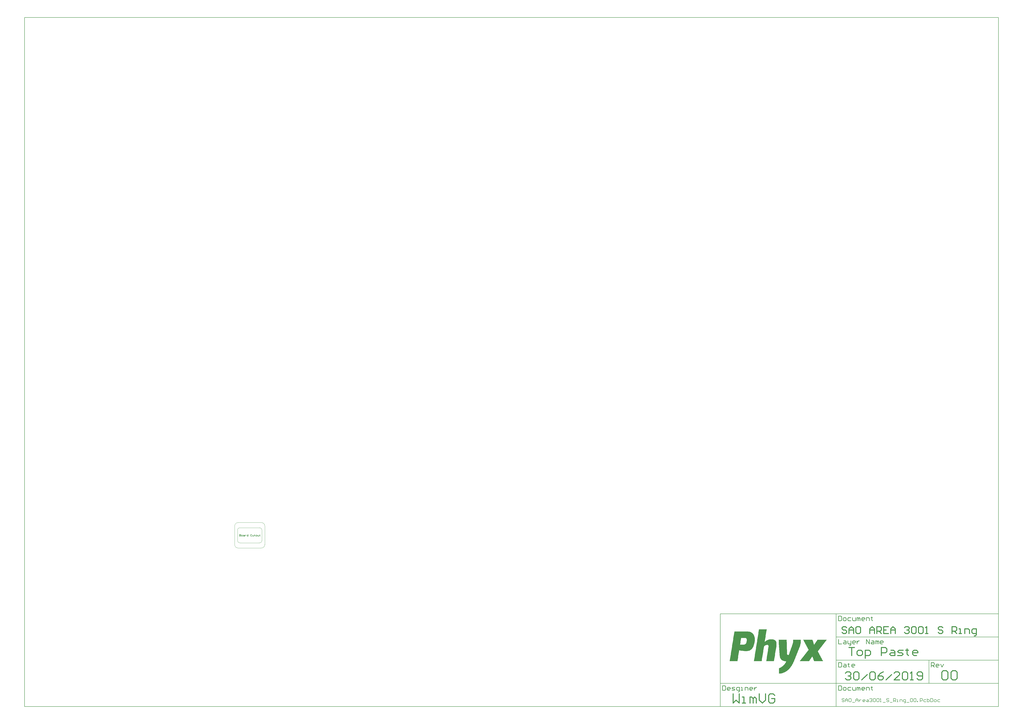
<source format=gtp>
G04*
G04 #@! TF.GenerationSoftware,Altium Limited,Altium Designer,18.1.11 (251)*
G04*
G04 Layer_Color=8421504*
%FSLAX25Y25*%
%MOIN*%
G70*
G01*
G75*
%ADD10C,0.01575*%
%ADD11C,0.00394*%
%ADD12C,0.00591*%
%ADD13C,0.00787*%
%ADD14C,0.00984*%
G36*
X872201Y-141778D02*
X873919D01*
Y-142065D01*
X874778D01*
Y-142351D01*
X875637D01*
Y-142637D01*
X876496D01*
Y-142924D01*
X877069D01*
Y-143210D01*
X877355D01*
Y-143496D01*
X877928D01*
Y-143783D01*
X878214D01*
Y-144069D01*
X878786D01*
Y-144355D01*
X879073D01*
Y-144641D01*
X879359D01*
Y-144928D01*
X879646D01*
Y-145214D01*
X879932D01*
Y-145501D01*
X880218D01*
Y-145787D01*
X880504D01*
Y-146073D01*
Y-146359D01*
X880791D01*
Y-146646D01*
X881077D01*
Y-146932D01*
Y-147218D01*
X881363D01*
Y-147505D01*
X881650D01*
Y-147791D01*
Y-148077D01*
X881936D01*
Y-148364D01*
Y-148650D01*
Y-148936D01*
X882222D01*
Y-149223D01*
Y-149509D01*
Y-149795D01*
X882509D01*
Y-150082D01*
Y-150368D01*
Y-150654D01*
Y-150940D01*
X882795D01*
Y-151227D01*
Y-151513D01*
Y-151799D01*
Y-152086D01*
Y-152372D01*
X883081D01*
Y-152658D01*
Y-152945D01*
Y-153231D01*
Y-153517D01*
Y-153804D01*
Y-154090D01*
Y-154376D01*
Y-154663D01*
Y-154949D01*
Y-155235D01*
Y-155521D01*
Y-155808D01*
Y-156094D01*
Y-156380D01*
Y-156667D01*
Y-156953D01*
Y-157239D01*
Y-157526D01*
Y-157812D01*
Y-158098D01*
X882795D01*
Y-158385D01*
Y-158671D01*
Y-158957D01*
Y-159244D01*
Y-159530D01*
Y-159816D01*
Y-160102D01*
X882509D01*
Y-160389D01*
Y-160675D01*
Y-160961D01*
Y-161248D01*
Y-161534D01*
X882222D01*
Y-161820D01*
Y-162107D01*
Y-162393D01*
Y-162679D01*
Y-162966D01*
X881936D01*
Y-163252D01*
Y-163538D01*
Y-163824D01*
X881650D01*
Y-164111D01*
Y-164397D01*
Y-164683D01*
Y-164970D01*
X881363D01*
Y-165256D01*
Y-165542D01*
Y-165829D01*
X881077D01*
Y-166115D01*
Y-166401D01*
X880791D01*
Y-166688D01*
Y-166974D01*
Y-167260D01*
X880504D01*
Y-167547D01*
Y-167833D01*
X880218D01*
Y-168119D01*
Y-168405D01*
X879932D01*
Y-168692D01*
Y-168978D01*
X879646D01*
Y-169264D01*
X879359D01*
Y-169551D01*
Y-169837D01*
X879073D01*
Y-170123D01*
X878786D01*
Y-170410D01*
X878500D01*
Y-170696D01*
Y-170982D01*
X878214D01*
Y-171269D01*
X877928D01*
Y-171555D01*
X877641D01*
Y-171841D01*
X877355D01*
Y-172127D01*
X877069D01*
Y-172414D01*
X876496D01*
Y-172700D01*
X876210D01*
Y-172986D01*
X875637D01*
Y-173273D01*
X875351D01*
Y-173559D01*
X874778D01*
Y-173845D01*
X873919D01*
Y-174132D01*
X873060D01*
Y-174418D01*
X872201D01*
Y-174704D01*
X870483D01*
Y-174991D01*
X865330D01*
Y-174704D01*
X862753D01*
Y-174418D01*
X860749D01*
Y-174132D01*
X859317D01*
Y-173845D01*
X857886D01*
Y-173559D01*
X856454D01*
Y-173845D01*
Y-174132D01*
Y-174418D01*
Y-174704D01*
Y-174991D01*
Y-175277D01*
Y-175563D01*
X856168D01*
Y-175850D01*
Y-176136D01*
Y-176422D01*
Y-176709D01*
Y-176995D01*
Y-177281D01*
X855882D01*
Y-177568D01*
Y-177854D01*
Y-178140D01*
Y-178426D01*
Y-178713D01*
Y-178999D01*
X855595D01*
Y-179285D01*
Y-179572D01*
Y-179858D01*
Y-180144D01*
Y-180431D01*
Y-180717D01*
Y-181003D01*
X855309D01*
Y-181290D01*
Y-181576D01*
Y-181862D01*
Y-182149D01*
Y-182435D01*
Y-182721D01*
X855023D01*
Y-183007D01*
Y-183294D01*
Y-183580D01*
Y-183866D01*
Y-184153D01*
Y-184439D01*
X854736D01*
Y-184725D01*
Y-185012D01*
Y-185298D01*
Y-185584D01*
Y-185871D01*
Y-186157D01*
Y-186443D01*
X854450D01*
Y-186730D01*
Y-187016D01*
Y-187302D01*
Y-187588D01*
Y-187875D01*
Y-188161D01*
X854164D01*
Y-188447D01*
Y-188734D01*
Y-189020D01*
Y-189306D01*
Y-189593D01*
Y-189879D01*
X853877D01*
Y-190165D01*
Y-190452D01*
Y-190738D01*
Y-191024D01*
Y-191311D01*
Y-191597D01*
Y-191883D01*
X840421D01*
Y-191597D01*
X840707D01*
Y-191311D01*
Y-191024D01*
Y-190738D01*
Y-190452D01*
Y-190165D01*
X840993D01*
Y-189879D01*
Y-189593D01*
Y-189306D01*
Y-189020D01*
Y-188734D01*
Y-188447D01*
Y-188161D01*
X841280D01*
Y-187875D01*
Y-187588D01*
Y-187302D01*
Y-187016D01*
Y-186730D01*
Y-186443D01*
X841566D01*
Y-186157D01*
Y-185871D01*
Y-185584D01*
Y-185298D01*
Y-185012D01*
Y-184725D01*
X841852D01*
Y-184439D01*
Y-184153D01*
Y-183866D01*
Y-183580D01*
Y-183294D01*
Y-183007D01*
Y-182721D01*
X842138D01*
Y-182435D01*
Y-182149D01*
Y-181862D01*
Y-181576D01*
Y-181290D01*
Y-181003D01*
X842425D01*
Y-180717D01*
Y-180431D01*
Y-180144D01*
Y-179858D01*
Y-179572D01*
Y-179285D01*
X842711D01*
Y-178999D01*
Y-178713D01*
Y-178426D01*
Y-178140D01*
Y-177854D01*
Y-177568D01*
X842997D01*
Y-177281D01*
Y-176995D01*
Y-176709D01*
Y-176422D01*
Y-176136D01*
Y-175850D01*
Y-175563D01*
X843284D01*
Y-175277D01*
Y-174991D01*
Y-174704D01*
Y-174418D01*
Y-174132D01*
Y-173845D01*
X843570D01*
Y-173559D01*
Y-173273D01*
Y-172986D01*
Y-172700D01*
Y-172414D01*
Y-172127D01*
X843856D01*
Y-171841D01*
Y-171555D01*
Y-171269D01*
Y-170982D01*
Y-170696D01*
Y-170410D01*
X844143D01*
Y-170123D01*
Y-169837D01*
Y-169551D01*
Y-169264D01*
Y-168978D01*
Y-168692D01*
Y-168405D01*
X844429D01*
Y-168119D01*
Y-167833D01*
Y-167547D01*
Y-167260D01*
Y-166974D01*
Y-166688D01*
X844715D01*
Y-166401D01*
Y-166115D01*
Y-165829D01*
Y-165542D01*
Y-165256D01*
Y-164970D01*
X845002D01*
Y-164683D01*
Y-164397D01*
Y-164111D01*
Y-163824D01*
Y-163538D01*
Y-163252D01*
Y-162966D01*
X845288D01*
Y-162679D01*
Y-162393D01*
Y-162107D01*
Y-161820D01*
Y-161534D01*
Y-161248D01*
X845574D01*
Y-160961D01*
Y-160675D01*
Y-160389D01*
Y-160102D01*
Y-159816D01*
Y-159530D01*
X845861D01*
Y-159244D01*
Y-158957D01*
Y-158671D01*
Y-158385D01*
Y-158098D01*
Y-157812D01*
X846147D01*
Y-157526D01*
Y-157239D01*
Y-156953D01*
Y-156667D01*
Y-156380D01*
Y-156094D01*
Y-155808D01*
X846433D01*
Y-155521D01*
Y-155235D01*
Y-154949D01*
Y-154663D01*
Y-154376D01*
Y-154090D01*
X846719D01*
Y-153804D01*
Y-153517D01*
Y-153231D01*
Y-152945D01*
Y-152658D01*
Y-152372D01*
X847006D01*
Y-152086D01*
Y-151799D01*
Y-151513D01*
Y-151227D01*
Y-150940D01*
Y-150654D01*
Y-150368D01*
X847292D01*
Y-150082D01*
Y-149795D01*
Y-149509D01*
Y-149223D01*
Y-148936D01*
Y-148650D01*
X847578D01*
Y-148364D01*
Y-148077D01*
Y-147791D01*
Y-147505D01*
Y-147218D01*
Y-146932D01*
X847865D01*
Y-146646D01*
Y-146359D01*
Y-146073D01*
Y-145787D01*
Y-145501D01*
Y-145214D01*
Y-144928D01*
X848151D01*
Y-144641D01*
Y-144355D01*
Y-144069D01*
Y-143783D01*
Y-143496D01*
Y-143210D01*
X848437D01*
Y-142924D01*
Y-142637D01*
Y-142351D01*
Y-142065D01*
Y-141778D01*
Y-141492D01*
X872201D01*
Y-141778D01*
D02*
G37*
G36*
X903409Y-138343D02*
Y-138629D01*
X903123D01*
Y-138915D01*
Y-139202D01*
Y-139488D01*
Y-139774D01*
Y-140060D01*
Y-140347D01*
X902837D01*
Y-140633D01*
Y-140919D01*
Y-141206D01*
Y-141492D01*
Y-141778D01*
Y-142065D01*
X902551D01*
Y-142351D01*
Y-142637D01*
Y-142924D01*
Y-143210D01*
Y-143496D01*
Y-143783D01*
Y-144069D01*
X902264D01*
Y-144355D01*
Y-144641D01*
Y-144928D01*
Y-145214D01*
Y-145501D01*
Y-145787D01*
X901978D01*
Y-146073D01*
Y-146359D01*
Y-146646D01*
Y-146932D01*
Y-147218D01*
Y-147505D01*
X901692D01*
Y-147791D01*
Y-148077D01*
Y-148364D01*
Y-148650D01*
Y-148936D01*
Y-149223D01*
Y-149509D01*
X901405D01*
Y-149795D01*
Y-150082D01*
Y-150368D01*
Y-150654D01*
Y-150940D01*
Y-151227D01*
X901119D01*
Y-151513D01*
Y-151799D01*
Y-152086D01*
Y-152372D01*
Y-152658D01*
Y-152945D01*
X900833D01*
Y-153231D01*
Y-153517D01*
Y-153804D01*
Y-154090D01*
Y-154376D01*
Y-154663D01*
X900546D01*
Y-154949D01*
Y-155235D01*
Y-155521D01*
Y-155808D01*
Y-156094D01*
Y-156380D01*
Y-156667D01*
X900260D01*
Y-156953D01*
Y-157239D01*
Y-157526D01*
Y-157812D01*
Y-158098D01*
Y-158385D01*
X899974D01*
Y-158671D01*
Y-158957D01*
X900546D01*
Y-158671D01*
X900833D01*
Y-158385D01*
X901119D01*
Y-158098D01*
X901692D01*
Y-157812D01*
X901978D01*
Y-157526D01*
X902264D01*
Y-157239D01*
X902837D01*
Y-156953D01*
X903409D01*
Y-156667D01*
X903696D01*
Y-156380D01*
X904268D01*
Y-156094D01*
X905127D01*
Y-155808D01*
X905700D01*
Y-155521D01*
X906559D01*
Y-155235D01*
X907990D01*
Y-154949D01*
X914289D01*
Y-155235D01*
X915435D01*
Y-155521D01*
X916294D01*
Y-155808D01*
X916866D01*
Y-156094D01*
X917153D01*
Y-156380D01*
X917725D01*
Y-156667D01*
X918011D01*
Y-156953D01*
X918298D01*
Y-157239D01*
X918584D01*
Y-157526D01*
X918870D01*
Y-157812D01*
Y-158098D01*
X919157D01*
Y-158385D01*
Y-158671D01*
X919443D01*
Y-158957D01*
Y-159244D01*
Y-159530D01*
X919729D01*
Y-159816D01*
Y-160102D01*
Y-160389D01*
Y-160675D01*
X920016D01*
Y-160961D01*
Y-161248D01*
Y-161534D01*
Y-161820D01*
Y-162107D01*
Y-162393D01*
Y-162679D01*
Y-162966D01*
Y-163252D01*
Y-163538D01*
Y-163824D01*
Y-164111D01*
Y-164397D01*
Y-164683D01*
Y-164970D01*
Y-165256D01*
Y-165542D01*
Y-165829D01*
X919729D01*
Y-166115D01*
Y-166401D01*
Y-166688D01*
Y-166974D01*
Y-167260D01*
Y-167547D01*
Y-167833D01*
X919443D01*
Y-168119D01*
Y-168405D01*
Y-168692D01*
Y-168978D01*
Y-169264D01*
Y-169551D01*
Y-169837D01*
X919157D01*
Y-170123D01*
Y-170410D01*
Y-170696D01*
Y-170982D01*
Y-171269D01*
Y-171555D01*
X918870D01*
Y-171841D01*
Y-172127D01*
Y-172414D01*
Y-172700D01*
Y-172986D01*
Y-173273D01*
X918584D01*
Y-173559D01*
Y-173845D01*
Y-174132D01*
Y-174418D01*
Y-174704D01*
Y-174991D01*
X918298D01*
Y-175277D01*
Y-175563D01*
Y-175850D01*
Y-176136D01*
Y-176422D01*
Y-176709D01*
Y-176995D01*
X918011D01*
Y-177281D01*
Y-177568D01*
Y-177854D01*
Y-178140D01*
Y-178426D01*
Y-178713D01*
X917725D01*
Y-178999D01*
Y-179285D01*
Y-179572D01*
Y-179858D01*
Y-180144D01*
Y-180431D01*
X917439D01*
Y-180717D01*
Y-181003D01*
Y-181290D01*
Y-181576D01*
Y-181862D01*
Y-182149D01*
Y-182435D01*
X917153D01*
Y-182721D01*
Y-183007D01*
Y-183294D01*
Y-183580D01*
Y-183866D01*
Y-184153D01*
X916866D01*
Y-184439D01*
Y-184725D01*
Y-185012D01*
Y-185298D01*
Y-185584D01*
Y-185871D01*
X916580D01*
Y-186157D01*
Y-186443D01*
Y-186730D01*
Y-187016D01*
Y-187302D01*
Y-187588D01*
X916294D01*
Y-187875D01*
Y-188161D01*
Y-188447D01*
Y-188734D01*
Y-189020D01*
Y-189306D01*
Y-189593D01*
X916007D01*
Y-189879D01*
Y-190165D01*
Y-190452D01*
Y-190738D01*
Y-191024D01*
Y-191311D01*
X915721D01*
Y-191597D01*
Y-191883D01*
X902551D01*
Y-191597D01*
Y-191311D01*
X902837D01*
Y-191024D01*
Y-190738D01*
Y-190452D01*
Y-190165D01*
Y-189879D01*
Y-189593D01*
X903123D01*
Y-189306D01*
Y-189020D01*
Y-188734D01*
Y-188447D01*
Y-188161D01*
Y-187875D01*
Y-187588D01*
X903409D01*
Y-187302D01*
Y-187016D01*
Y-186730D01*
Y-186443D01*
Y-186157D01*
Y-185871D01*
X903696D01*
Y-185584D01*
Y-185298D01*
Y-185012D01*
Y-184725D01*
Y-184439D01*
Y-184153D01*
X903982D01*
Y-183866D01*
Y-183580D01*
Y-183294D01*
Y-183007D01*
Y-182721D01*
Y-182435D01*
Y-182149D01*
X904268D01*
Y-181862D01*
Y-181576D01*
Y-181290D01*
Y-181003D01*
Y-180717D01*
Y-180431D01*
X904555D01*
Y-180144D01*
Y-179858D01*
Y-179572D01*
Y-179285D01*
Y-178999D01*
Y-178713D01*
Y-178426D01*
X904841D01*
Y-178140D01*
Y-177854D01*
Y-177568D01*
Y-177281D01*
Y-176995D01*
Y-176709D01*
X905127D01*
Y-176422D01*
Y-176136D01*
Y-175850D01*
Y-175563D01*
Y-175277D01*
Y-174991D01*
X905414D01*
Y-174704D01*
Y-174418D01*
Y-174132D01*
Y-173845D01*
Y-173559D01*
Y-173273D01*
X905700D01*
Y-172986D01*
Y-172700D01*
Y-172414D01*
Y-172127D01*
Y-171841D01*
Y-171555D01*
Y-171269D01*
X905986D01*
Y-170982D01*
Y-170696D01*
Y-170410D01*
Y-170123D01*
Y-169837D01*
Y-169551D01*
X906273D01*
Y-169264D01*
Y-168978D01*
Y-168692D01*
Y-168405D01*
Y-168119D01*
Y-167833D01*
Y-167547D01*
X906559D01*
Y-167260D01*
Y-166974D01*
Y-166688D01*
Y-166401D01*
Y-166115D01*
Y-165829D01*
X906273D01*
Y-165542D01*
Y-165256D01*
X905986D01*
Y-164970D01*
X905700D01*
Y-164683D01*
X905127D01*
Y-164397D01*
X903409D01*
Y-164683D01*
X901978D01*
Y-164970D01*
X901119D01*
Y-165256D01*
X900546D01*
Y-165542D01*
X900260D01*
Y-165829D01*
X899687D01*
Y-166115D01*
X899401D01*
Y-166401D01*
X899115D01*
Y-166688D01*
Y-166974D01*
X898828D01*
Y-167260D01*
Y-167547D01*
Y-167833D01*
X898542D01*
Y-168119D01*
Y-168405D01*
Y-168692D01*
Y-168978D01*
Y-169264D01*
Y-169551D01*
X898256D01*
Y-169837D01*
Y-170123D01*
Y-170410D01*
Y-170696D01*
Y-170982D01*
Y-171269D01*
Y-171555D01*
X897970D01*
Y-171841D01*
Y-172127D01*
Y-172414D01*
Y-172700D01*
Y-172986D01*
Y-173273D01*
X897683D01*
Y-173559D01*
Y-173845D01*
Y-174132D01*
Y-174418D01*
Y-174704D01*
Y-174991D01*
X897397D01*
Y-175277D01*
Y-175563D01*
Y-175850D01*
Y-176136D01*
Y-176422D01*
Y-176709D01*
X897111D01*
Y-176995D01*
Y-177281D01*
Y-177568D01*
Y-177854D01*
Y-178140D01*
Y-178426D01*
Y-178713D01*
X896824D01*
Y-178999D01*
Y-179285D01*
Y-179572D01*
Y-179858D01*
Y-180144D01*
Y-180431D01*
X896538D01*
Y-180717D01*
Y-181003D01*
Y-181290D01*
Y-181576D01*
Y-181862D01*
Y-182149D01*
X896252D01*
Y-182435D01*
Y-182721D01*
Y-183007D01*
Y-183294D01*
Y-183580D01*
Y-183866D01*
Y-184153D01*
X895965D01*
Y-184439D01*
Y-184725D01*
Y-185012D01*
Y-185298D01*
Y-185584D01*
Y-185871D01*
X895679D01*
Y-186157D01*
Y-186443D01*
Y-186730D01*
Y-187016D01*
Y-187302D01*
Y-187588D01*
X895393D01*
Y-187875D01*
Y-188161D01*
Y-188447D01*
Y-188734D01*
Y-189020D01*
Y-189306D01*
X895106D01*
Y-189593D01*
Y-189879D01*
Y-190165D01*
Y-190452D01*
Y-190738D01*
Y-191024D01*
Y-191311D01*
X894820D01*
Y-191597D01*
Y-191883D01*
X881650D01*
Y-191597D01*
Y-191311D01*
X881936D01*
Y-191024D01*
Y-190738D01*
Y-190452D01*
Y-190165D01*
Y-189879D01*
Y-189593D01*
Y-189306D01*
X882222D01*
Y-189020D01*
Y-188734D01*
Y-188447D01*
Y-188161D01*
Y-187875D01*
Y-187588D01*
X882509D01*
Y-187302D01*
Y-187016D01*
Y-186730D01*
Y-186443D01*
Y-186157D01*
Y-185871D01*
X882795D01*
Y-185584D01*
Y-185298D01*
Y-185012D01*
Y-184725D01*
Y-184439D01*
Y-184153D01*
Y-183866D01*
X883081D01*
Y-183580D01*
Y-183294D01*
Y-183007D01*
Y-182721D01*
Y-182435D01*
Y-182149D01*
X883368D01*
Y-181862D01*
Y-181576D01*
Y-181290D01*
Y-181003D01*
Y-180717D01*
Y-180431D01*
X883654D01*
Y-180144D01*
Y-179858D01*
Y-179572D01*
Y-179285D01*
Y-178999D01*
Y-178713D01*
X883940D01*
Y-178426D01*
Y-178140D01*
Y-177854D01*
Y-177568D01*
Y-177281D01*
Y-176995D01*
Y-176709D01*
X884227D01*
Y-176422D01*
Y-176136D01*
Y-175850D01*
Y-175563D01*
Y-175277D01*
Y-174991D01*
X884513D01*
Y-174704D01*
Y-174418D01*
Y-174132D01*
Y-173845D01*
Y-173559D01*
Y-173273D01*
X884799D01*
Y-172986D01*
Y-172700D01*
Y-172414D01*
Y-172127D01*
Y-171841D01*
Y-171555D01*
Y-171269D01*
X885085D01*
Y-170982D01*
Y-170696D01*
Y-170410D01*
Y-170123D01*
Y-169837D01*
Y-169551D01*
X885372D01*
Y-169264D01*
Y-168978D01*
Y-168692D01*
Y-168405D01*
Y-168119D01*
Y-167833D01*
X885658D01*
Y-167547D01*
Y-167260D01*
Y-166974D01*
Y-166688D01*
Y-166401D01*
Y-166115D01*
X885944D01*
Y-165829D01*
Y-165542D01*
Y-165256D01*
Y-164970D01*
Y-164683D01*
Y-164397D01*
Y-164111D01*
X886231D01*
Y-163824D01*
Y-163538D01*
Y-163252D01*
Y-162966D01*
Y-162679D01*
Y-162393D01*
X886517D01*
Y-162107D01*
Y-161820D01*
Y-161534D01*
Y-161248D01*
Y-160961D01*
Y-160675D01*
X886803D01*
Y-160389D01*
Y-160102D01*
Y-159816D01*
Y-159530D01*
Y-159244D01*
Y-158957D01*
X887090D01*
Y-158671D01*
Y-158385D01*
Y-158098D01*
Y-157812D01*
Y-157526D01*
Y-157239D01*
Y-156953D01*
X887376D01*
Y-156667D01*
Y-156380D01*
Y-156094D01*
Y-155808D01*
Y-155521D01*
Y-155235D01*
X887662D01*
Y-154949D01*
Y-154663D01*
Y-154376D01*
Y-154090D01*
Y-153804D01*
Y-153517D01*
X887949D01*
Y-153231D01*
Y-152945D01*
Y-152658D01*
Y-152372D01*
Y-152086D01*
Y-151799D01*
Y-151513D01*
X888235D01*
Y-151227D01*
Y-150940D01*
Y-150654D01*
Y-150368D01*
Y-150082D01*
Y-149795D01*
X888521D01*
Y-149509D01*
Y-149223D01*
Y-148936D01*
Y-148650D01*
Y-148364D01*
Y-148077D01*
X888807D01*
Y-147791D01*
Y-147505D01*
Y-147218D01*
Y-146932D01*
Y-146646D01*
Y-146359D01*
X889094D01*
Y-146073D01*
Y-145787D01*
Y-145501D01*
Y-145214D01*
Y-144928D01*
Y-144641D01*
Y-144355D01*
X889380D01*
Y-144069D01*
Y-143783D01*
Y-143496D01*
Y-143210D01*
Y-142924D01*
Y-142637D01*
X889666D01*
Y-142351D01*
Y-142065D01*
Y-141778D01*
Y-141492D01*
Y-141206D01*
Y-140919D01*
X889953D01*
Y-140633D01*
Y-140347D01*
Y-140060D01*
Y-139774D01*
Y-139488D01*
Y-139202D01*
Y-138915D01*
X890239D01*
Y-138629D01*
Y-138343D01*
Y-138056D01*
X903409D01*
Y-138343D01*
D02*
G37*
G36*
X1005337Y-155808D02*
X1005050D01*
Y-156094D01*
X1004764D01*
Y-156380D01*
Y-156667D01*
X1004478D01*
Y-156953D01*
X1004192D01*
Y-157239D01*
X1003905D01*
Y-157526D01*
Y-157812D01*
X1003619D01*
Y-158098D01*
X1003333D01*
Y-158385D01*
X1003046D01*
Y-158671D01*
X1002760D01*
Y-158957D01*
Y-159244D01*
X1002474D01*
Y-159530D01*
X1002187D01*
Y-159816D01*
X1001901D01*
Y-160102D01*
Y-160389D01*
X1001615D01*
Y-160675D01*
X1001328D01*
Y-160961D01*
X1001042D01*
Y-161248D01*
X1000756D01*
Y-161534D01*
Y-161820D01*
X1000469D01*
Y-162107D01*
X1000183D01*
Y-162393D01*
X999897D01*
Y-162679D01*
Y-162966D01*
X999611D01*
Y-163252D01*
X999324D01*
Y-163538D01*
X999038D01*
Y-163824D01*
Y-164111D01*
X998752D01*
Y-164397D01*
X998465D01*
Y-164683D01*
X998179D01*
Y-164970D01*
X997893D01*
Y-165256D01*
Y-165542D01*
X997606D01*
Y-165829D01*
X997320D01*
Y-166115D01*
X997034D01*
Y-166401D01*
Y-166688D01*
X996747D01*
Y-166974D01*
X996461D01*
Y-167260D01*
X996175D01*
Y-167547D01*
Y-167833D01*
X995889D01*
Y-168119D01*
X995602D01*
Y-168405D01*
X995316D01*
Y-168692D01*
X995030D01*
Y-168978D01*
Y-169264D01*
X994743D01*
Y-169551D01*
X994457D01*
Y-169837D01*
X994171D01*
Y-170123D01*
Y-170410D01*
X993884D01*
Y-170696D01*
X993598D01*
Y-170982D01*
X993312D01*
Y-171269D01*
Y-171555D01*
X993025D01*
Y-171841D01*
X992739D01*
Y-172127D01*
X992453D01*
Y-172414D01*
X992166D01*
Y-172700D01*
Y-172986D01*
X991880D01*
Y-173273D01*
X991594D01*
Y-173559D01*
X991308D01*
Y-173845D01*
Y-174132D01*
X991021D01*
Y-174418D01*
X990735D01*
Y-174704D01*
X990449D01*
Y-174991D01*
X990162D01*
Y-175277D01*
Y-175563D01*
X990449D01*
Y-175850D01*
Y-176136D01*
X990735D01*
Y-176422D01*
Y-176709D01*
X991021D01*
Y-176995D01*
X991308D01*
Y-177281D01*
Y-177568D01*
X991594D01*
Y-177854D01*
Y-178140D01*
X991880D01*
Y-178426D01*
Y-178713D01*
X992166D01*
Y-178999D01*
Y-179285D01*
X992453D01*
Y-179572D01*
Y-179858D01*
X992739D01*
Y-180144D01*
Y-180431D01*
X993025D01*
Y-180717D01*
Y-181003D01*
X993312D01*
Y-181290D01*
Y-181576D01*
X993598D01*
Y-181862D01*
X993884D01*
Y-182149D01*
Y-182435D01*
X994171D01*
Y-182721D01*
Y-183007D01*
X994457D01*
Y-183294D01*
Y-183580D01*
X994743D01*
Y-183866D01*
Y-184153D01*
X995030D01*
Y-184439D01*
Y-184725D01*
X995316D01*
Y-185012D01*
Y-185298D01*
X995602D01*
Y-185584D01*
Y-185871D01*
X995889D01*
Y-186157D01*
X996175D01*
Y-186443D01*
Y-186730D01*
X996461D01*
Y-187016D01*
Y-187302D01*
X996747D01*
Y-187588D01*
Y-187875D01*
X997034D01*
Y-188161D01*
Y-188447D01*
X997320D01*
Y-188734D01*
Y-189020D01*
X997606D01*
Y-189306D01*
Y-189593D01*
X997893D01*
Y-189879D01*
Y-190165D01*
X998179D01*
Y-190452D01*
X998465D01*
Y-190738D01*
Y-191024D01*
X998752D01*
Y-191311D01*
Y-191597D01*
X999038D01*
Y-191883D01*
X983863D01*
Y-191597D01*
X983577D01*
Y-191311D01*
Y-191024D01*
Y-190738D01*
X983291D01*
Y-190452D01*
Y-190165D01*
Y-189879D01*
X983004D01*
Y-189593D01*
Y-189306D01*
X982718D01*
Y-189020D01*
Y-188734D01*
Y-188447D01*
X982432D01*
Y-188161D01*
Y-187875D01*
Y-187588D01*
X982146D01*
Y-187302D01*
Y-187016D01*
X981859D01*
Y-186730D01*
Y-186443D01*
Y-186157D01*
X981573D01*
Y-185871D01*
Y-185584D01*
Y-185298D01*
X981287D01*
Y-185012D01*
Y-184725D01*
Y-184439D01*
X981000D01*
Y-184153D01*
X980428D01*
Y-184439D01*
Y-184725D01*
X980141D01*
Y-185012D01*
X979855D01*
Y-185298D01*
Y-185584D01*
X979569D01*
Y-185871D01*
X979282D01*
Y-186157D01*
Y-186443D01*
X978996D01*
Y-186730D01*
X978710D01*
Y-187016D01*
Y-187302D01*
X978423D01*
Y-187588D01*
X978137D01*
Y-187875D01*
X977851D01*
Y-188161D01*
Y-188447D01*
X977565D01*
Y-188734D01*
X977278D01*
Y-189020D01*
Y-189306D01*
X976992D01*
Y-189593D01*
X976705D01*
Y-189879D01*
Y-190165D01*
X976419D01*
Y-190452D01*
X976133D01*
Y-190738D01*
Y-191024D01*
X975847D01*
Y-191311D01*
X975560D01*
Y-191597D01*
Y-191883D01*
X959527D01*
Y-191597D01*
X959813D01*
Y-191311D01*
X960099D01*
Y-191024D01*
X960386D01*
Y-190738D01*
X960672D01*
Y-190452D01*
Y-190165D01*
X960958D01*
Y-189879D01*
X961245D01*
Y-189593D01*
X961531D01*
Y-189306D01*
X961817D01*
Y-189020D01*
Y-188734D01*
X962104D01*
Y-188447D01*
X962390D01*
Y-188161D01*
X962676D01*
Y-187875D01*
Y-187588D01*
X962963D01*
Y-187302D01*
X963249D01*
Y-187016D01*
X963535D01*
Y-186730D01*
X963822D01*
Y-186443D01*
Y-186157D01*
X964108D01*
Y-185871D01*
X964394D01*
Y-185584D01*
X964680D01*
Y-185298D01*
X964967D01*
Y-185012D01*
Y-184725D01*
X965253D01*
Y-184439D01*
X965539D01*
Y-184153D01*
X965826D01*
Y-183866D01*
Y-183580D01*
X966112D01*
Y-183294D01*
X966398D01*
Y-183007D01*
X966685D01*
Y-182721D01*
X966971D01*
Y-182435D01*
Y-182149D01*
X967257D01*
Y-181862D01*
X967544D01*
Y-181576D01*
X967830D01*
Y-181290D01*
Y-181003D01*
X968116D01*
Y-180717D01*
X968402D01*
Y-180431D01*
X968689D01*
Y-180144D01*
X968975D01*
Y-179858D01*
Y-179572D01*
X969261D01*
Y-179285D01*
X969548D01*
Y-178999D01*
X969834D01*
Y-178713D01*
Y-178426D01*
X970120D01*
Y-178140D01*
X970407D01*
Y-177854D01*
X970693D01*
Y-177568D01*
X970979D01*
Y-177281D01*
Y-176995D01*
X971266D01*
Y-176709D01*
X971552D01*
Y-176422D01*
X971838D01*
Y-176136D01*
X972124D01*
Y-175850D01*
Y-175563D01*
X972411D01*
Y-175277D01*
X972697D01*
Y-174991D01*
X972983D01*
Y-174704D01*
Y-174418D01*
X973270D01*
Y-174132D01*
X973556D01*
Y-173845D01*
X973842D01*
Y-173559D01*
X974129D01*
Y-173273D01*
Y-172986D01*
X974415D01*
Y-172700D01*
Y-172414D01*
Y-172127D01*
X974129D01*
Y-171841D01*
X973842D01*
Y-171555D01*
Y-171269D01*
X973556D01*
Y-170982D01*
Y-170696D01*
X973270D01*
Y-170410D01*
Y-170123D01*
X972983D01*
Y-169837D01*
Y-169551D01*
X972697D01*
Y-169264D01*
Y-168978D01*
X972411D01*
Y-168692D01*
Y-168405D01*
X972124D01*
Y-168119D01*
X971838D01*
Y-167833D01*
Y-167547D01*
X971552D01*
Y-167260D01*
Y-166974D01*
X971266D01*
Y-166688D01*
Y-166401D01*
X970979D01*
Y-166115D01*
Y-165829D01*
X970693D01*
Y-165542D01*
Y-165256D01*
X970407D01*
Y-164970D01*
Y-164683D01*
X970120D01*
Y-164397D01*
X969834D01*
Y-164111D01*
Y-163824D01*
X969548D01*
Y-163538D01*
Y-163252D01*
X969261D01*
Y-162966D01*
Y-162679D01*
X968975D01*
Y-162393D01*
Y-162107D01*
X968689D01*
Y-161820D01*
Y-161534D01*
X968402D01*
Y-161248D01*
Y-160961D01*
X968116D01*
Y-160675D01*
Y-160389D01*
X967830D01*
Y-160102D01*
X967544D01*
Y-159816D01*
Y-159530D01*
X967257D01*
Y-159244D01*
Y-158957D01*
X966971D01*
Y-158671D01*
Y-158385D01*
X966685D01*
Y-158098D01*
Y-157812D01*
X966398D01*
Y-157526D01*
Y-157239D01*
X966112D01*
Y-156953D01*
Y-156667D01*
X965826D01*
Y-156380D01*
X965539D01*
Y-156094D01*
Y-155808D01*
X965253D01*
Y-155521D01*
X981000D01*
Y-155808D01*
X981287D01*
Y-156094D01*
Y-156380D01*
Y-156667D01*
X981573D01*
Y-156953D01*
Y-157239D01*
Y-157526D01*
X981859D01*
Y-157812D01*
Y-158098D01*
Y-158385D01*
X982146D01*
Y-158671D01*
Y-158957D01*
Y-159244D01*
X982432D01*
Y-159530D01*
Y-159816D01*
Y-160102D01*
X982718D01*
Y-160389D01*
Y-160675D01*
Y-160961D01*
X983004D01*
Y-161248D01*
Y-161534D01*
Y-161820D01*
X983291D01*
Y-162107D01*
Y-162393D01*
Y-162679D01*
X983577D01*
Y-162966D01*
Y-163252D01*
Y-163538D01*
Y-163824D01*
X984150D01*
Y-163538D01*
X984436D01*
Y-163252D01*
X984722D01*
Y-162966D01*
Y-162679D01*
X985009D01*
Y-162393D01*
X985295D01*
Y-162107D01*
Y-161820D01*
X985581D01*
Y-161534D01*
X985868D01*
Y-161248D01*
Y-160961D01*
X986154D01*
Y-160675D01*
X986440D01*
Y-160389D01*
Y-160102D01*
X986726D01*
Y-159816D01*
X987013D01*
Y-159530D01*
Y-159244D01*
X987299D01*
Y-158957D01*
X987585D01*
Y-158671D01*
Y-158385D01*
X987872D01*
Y-158098D01*
X988158D01*
Y-157812D01*
Y-157526D01*
X988444D01*
Y-157239D01*
X988731D01*
Y-156953D01*
Y-156667D01*
X989017D01*
Y-156380D01*
X989303D01*
Y-156094D01*
Y-155808D01*
X989590D01*
Y-155521D01*
X1005337D01*
Y-155808D01*
D02*
G37*
G36*
X961245D02*
Y-156094D01*
Y-156380D01*
Y-156667D01*
Y-156953D01*
Y-157239D01*
Y-157526D01*
Y-157812D01*
Y-158098D01*
Y-158385D01*
Y-158671D01*
Y-158957D01*
Y-159244D01*
Y-159530D01*
Y-159816D01*
Y-160102D01*
Y-160389D01*
Y-160675D01*
Y-160961D01*
Y-161248D01*
Y-161534D01*
X960958D01*
Y-161820D01*
Y-162107D01*
Y-162393D01*
Y-162679D01*
Y-162966D01*
X960672D01*
Y-163252D01*
Y-163538D01*
Y-163824D01*
Y-164111D01*
X960386D01*
Y-164397D01*
Y-164683D01*
Y-164970D01*
Y-165256D01*
X960099D01*
Y-165542D01*
Y-165829D01*
Y-166115D01*
X959813D01*
Y-166401D01*
Y-166688D01*
Y-166974D01*
X959527D01*
Y-167260D01*
Y-167547D01*
Y-167833D01*
X959241D01*
Y-168119D01*
Y-168405D01*
Y-168692D01*
X958954D01*
Y-168978D01*
Y-169264D01*
X958668D01*
Y-169551D01*
Y-169837D01*
X958381D01*
Y-170123D01*
Y-170410D01*
Y-170696D01*
X958095D01*
Y-170982D01*
Y-171269D01*
X957809D01*
Y-171555D01*
Y-171841D01*
Y-172127D01*
X957523D01*
Y-172414D01*
Y-172700D01*
X957236D01*
Y-172986D01*
Y-173273D01*
Y-173559D01*
X956950D01*
Y-173845D01*
Y-174132D01*
X956664D01*
Y-174418D01*
Y-174704D01*
Y-174991D01*
X956377D01*
Y-175277D01*
Y-175563D01*
X956091D01*
Y-175850D01*
Y-176136D01*
Y-176422D01*
X955805D01*
Y-176709D01*
Y-176995D01*
X955518D01*
Y-177281D01*
Y-177568D01*
Y-177854D01*
X955232D01*
Y-178140D01*
Y-178426D01*
X954946D01*
Y-178713D01*
Y-178999D01*
Y-179285D01*
X954659D01*
Y-179572D01*
Y-179858D01*
X954373D01*
Y-180144D01*
Y-180431D01*
Y-180717D01*
X954087D01*
Y-181003D01*
Y-181290D01*
X953800D01*
Y-181576D01*
Y-181862D01*
Y-182149D01*
X953514D01*
Y-182435D01*
Y-182721D01*
X953228D01*
Y-183007D01*
Y-183294D01*
Y-183580D01*
X952942D01*
Y-183866D01*
Y-184153D01*
X952655D01*
Y-184439D01*
Y-184725D01*
Y-185012D01*
X952369D01*
Y-185298D01*
Y-185584D01*
X952083D01*
Y-185871D01*
Y-186157D01*
Y-186443D01*
X951796D01*
Y-186730D01*
Y-187016D01*
X951510D01*
Y-187302D01*
Y-187588D01*
Y-187875D01*
X951224D01*
Y-188161D01*
Y-188447D01*
X950937D01*
Y-188734D01*
Y-189020D01*
Y-189306D01*
X950651D01*
Y-189593D01*
Y-189879D01*
X950365D01*
Y-190165D01*
Y-190452D01*
Y-190738D01*
X950078D01*
Y-191024D01*
Y-191311D01*
X949792D01*
Y-191597D01*
Y-191883D01*
Y-192169D01*
X949506D01*
Y-192456D01*
Y-192742D01*
X949220D01*
Y-193028D01*
Y-193315D01*
X948933D01*
Y-193601D01*
Y-193887D01*
X948647D01*
Y-194174D01*
Y-194460D01*
Y-194746D01*
X948361D01*
Y-195033D01*
X948074D01*
Y-195319D01*
Y-195605D01*
Y-195891D01*
X947788D01*
Y-196178D01*
X947502D01*
Y-196464D01*
Y-196750D01*
X947215D01*
Y-197037D01*
Y-197323D01*
X946929D01*
Y-197609D01*
Y-197896D01*
X946643D01*
Y-198182D01*
Y-198468D01*
X946356D01*
Y-198755D01*
X946070D01*
Y-199041D01*
Y-199327D01*
X945784D01*
Y-199614D01*
Y-199900D01*
X945497D01*
Y-200186D01*
X945211D01*
Y-200472D01*
X944925D01*
Y-200759D01*
Y-201045D01*
X944639D01*
Y-201331D01*
X944352D01*
Y-201618D01*
Y-201904D01*
X944066D01*
Y-202190D01*
X943780D01*
Y-202477D01*
X943493D01*
Y-202763D01*
Y-203049D01*
X943207D01*
Y-203336D01*
X942921D01*
Y-203622D01*
X942634D01*
Y-203908D01*
X942348D01*
Y-204195D01*
X942062D01*
Y-204481D01*
Y-204767D01*
X941775D01*
Y-205053D01*
X941489D01*
Y-205340D01*
X941203D01*
Y-205626D01*
X940916D01*
Y-205912D01*
X940630D01*
Y-206199D01*
X940344D01*
Y-206485D01*
X940057D01*
Y-206771D01*
X939485D01*
Y-207058D01*
X939199D01*
Y-207344D01*
X938912D01*
Y-207630D01*
X938626D01*
Y-207917D01*
X938340D01*
Y-208203D01*
X937767D01*
Y-208489D01*
X937481D01*
Y-208776D01*
X936908D01*
Y-209062D01*
X936622D01*
Y-209348D01*
X936049D01*
Y-209634D01*
X935763D01*
Y-209921D01*
X935190D01*
Y-210207D01*
X934618D01*
Y-210493D01*
X934045D01*
Y-210780D01*
X933472D01*
Y-211066D01*
X932900D01*
Y-211352D01*
X932041D01*
Y-211639D01*
X931468D01*
Y-211925D01*
X930609D01*
Y-212211D01*
X929464D01*
Y-212498D01*
X928319D01*
Y-212784D01*
X926601D01*
Y-213070D01*
X924597D01*
Y-213357D01*
X924310D01*
Y-213070D01*
Y-212784D01*
Y-212498D01*
Y-212211D01*
Y-211925D01*
Y-211639D01*
Y-211352D01*
Y-211066D01*
Y-210780D01*
Y-210493D01*
Y-210207D01*
Y-209921D01*
Y-209634D01*
Y-209348D01*
Y-209062D01*
Y-208776D01*
Y-208489D01*
Y-208203D01*
Y-207917D01*
Y-207630D01*
Y-207344D01*
Y-207058D01*
Y-206771D01*
Y-206485D01*
Y-206199D01*
Y-205912D01*
Y-205626D01*
Y-205340D01*
Y-205053D01*
Y-204767D01*
Y-204481D01*
Y-204195D01*
Y-203908D01*
X924883D01*
Y-203622D01*
X925455D01*
Y-203336D01*
X926028D01*
Y-203049D01*
X926601D01*
Y-202763D01*
X927173D01*
Y-202477D01*
X927746D01*
Y-202190D01*
X928032D01*
Y-201904D01*
X928605D01*
Y-201618D01*
X928891D01*
Y-201331D01*
X929464D01*
Y-201045D01*
X929750D01*
Y-200759D01*
X930037D01*
Y-200472D01*
X930609D01*
Y-200186D01*
X930896D01*
Y-199900D01*
X931182D01*
Y-199614D01*
X931468D01*
Y-199327D01*
X931754D01*
Y-199041D01*
X932041D01*
Y-198755D01*
X932327D01*
Y-198468D01*
X932613D01*
Y-198182D01*
X932900D01*
Y-197896D01*
X933186D01*
Y-197609D01*
X933472D01*
Y-197323D01*
X933759D01*
Y-197037D01*
Y-196750D01*
X934045D01*
Y-196464D01*
X934331D01*
Y-196178D01*
X934618D01*
Y-195891D01*
Y-195605D01*
X934904D01*
Y-195319D01*
X935190D01*
Y-195033D01*
Y-194746D01*
X935476D01*
Y-194460D01*
Y-194174D01*
X935763D01*
Y-193887D01*
X936049D01*
Y-193601D01*
Y-193315D01*
X936335D01*
Y-193028D01*
Y-192742D01*
X936622D01*
Y-192456D01*
Y-192169D01*
X934904D01*
Y-191883D01*
X932900D01*
Y-191597D01*
X931754D01*
Y-191311D01*
X931182D01*
Y-191024D01*
X930323D01*
Y-190738D01*
X929750D01*
Y-190452D01*
X929464D01*
Y-190165D01*
X928891D01*
Y-189879D01*
X928605D01*
Y-189593D01*
X928319D01*
Y-189306D01*
X928032D01*
Y-189020D01*
X927746D01*
Y-188734D01*
X927460D01*
Y-188447D01*
Y-188161D01*
X927173D01*
Y-187875D01*
X926887D01*
Y-187588D01*
Y-187302D01*
X926601D01*
Y-187016D01*
Y-186730D01*
X926315D01*
Y-186443D01*
Y-186157D01*
X926028D01*
Y-185871D01*
Y-185584D01*
Y-185298D01*
X925742D01*
Y-185012D01*
Y-184725D01*
Y-184439D01*
Y-184153D01*
X925455D01*
Y-183866D01*
Y-183580D01*
Y-183294D01*
Y-183007D01*
Y-182721D01*
Y-182435D01*
Y-182149D01*
X925169D01*
Y-181862D01*
Y-181576D01*
Y-181290D01*
Y-181003D01*
Y-180717D01*
Y-180431D01*
Y-180144D01*
Y-179858D01*
Y-179572D01*
Y-179285D01*
Y-178999D01*
Y-178713D01*
Y-178426D01*
Y-178140D01*
Y-177854D01*
X924883D01*
Y-177568D01*
Y-177281D01*
Y-176995D01*
Y-176709D01*
Y-176422D01*
Y-176136D01*
Y-175850D01*
Y-175563D01*
Y-175277D01*
Y-174991D01*
Y-174704D01*
Y-174418D01*
Y-174132D01*
Y-173845D01*
Y-173559D01*
X924597D01*
Y-173273D01*
Y-172986D01*
Y-172700D01*
Y-172414D01*
Y-172127D01*
Y-171841D01*
Y-171555D01*
Y-171269D01*
Y-170982D01*
Y-170696D01*
Y-170410D01*
Y-170123D01*
Y-169837D01*
Y-169551D01*
Y-169264D01*
Y-168978D01*
X924310D01*
Y-168692D01*
Y-168405D01*
Y-168119D01*
Y-167833D01*
Y-167547D01*
Y-167260D01*
Y-166974D01*
Y-166688D01*
Y-166401D01*
Y-166115D01*
Y-165829D01*
Y-165542D01*
Y-165256D01*
Y-164970D01*
Y-164683D01*
Y-164397D01*
X924024D01*
Y-164111D01*
Y-163824D01*
Y-163538D01*
Y-163252D01*
Y-162966D01*
Y-162679D01*
Y-162393D01*
Y-162107D01*
Y-161820D01*
Y-161534D01*
Y-161248D01*
Y-160961D01*
Y-160675D01*
Y-160389D01*
X923738D01*
Y-160102D01*
Y-159816D01*
Y-159530D01*
Y-159244D01*
Y-158957D01*
Y-158671D01*
Y-158385D01*
Y-158098D01*
Y-157812D01*
Y-157526D01*
Y-157239D01*
Y-156953D01*
Y-156667D01*
Y-156380D01*
Y-156094D01*
Y-155808D01*
X923451D01*
Y-155521D01*
X937194D01*
Y-155808D01*
Y-156094D01*
Y-156380D01*
Y-156667D01*
Y-156953D01*
Y-157239D01*
Y-157526D01*
Y-157812D01*
Y-158098D01*
Y-158385D01*
Y-158671D01*
Y-158957D01*
Y-159244D01*
Y-159530D01*
X937481D01*
Y-159816D01*
Y-160102D01*
Y-160389D01*
Y-160675D01*
Y-160961D01*
Y-161248D01*
Y-161534D01*
Y-161820D01*
Y-162107D01*
Y-162393D01*
Y-162679D01*
Y-162966D01*
Y-163252D01*
Y-163538D01*
Y-163824D01*
Y-164111D01*
Y-164397D01*
Y-164683D01*
Y-164970D01*
Y-165256D01*
Y-165542D01*
Y-165829D01*
Y-166115D01*
Y-166401D01*
Y-166688D01*
Y-166974D01*
Y-167260D01*
Y-167547D01*
Y-167833D01*
Y-168119D01*
Y-168405D01*
Y-168692D01*
Y-168978D01*
Y-169264D01*
Y-169551D01*
Y-169837D01*
Y-170123D01*
Y-170410D01*
Y-170696D01*
Y-170982D01*
Y-171269D01*
X937767D01*
Y-171555D01*
X937481D01*
Y-171841D01*
Y-172127D01*
X937767D01*
Y-172414D01*
Y-172700D01*
Y-172986D01*
Y-173273D01*
Y-173559D01*
Y-173845D01*
Y-174132D01*
Y-174418D01*
Y-174704D01*
Y-174991D01*
Y-175277D01*
Y-175563D01*
Y-175850D01*
Y-176136D01*
Y-176422D01*
Y-176709D01*
Y-176995D01*
Y-177281D01*
Y-177568D01*
Y-177854D01*
Y-178140D01*
Y-178426D01*
Y-178713D01*
Y-178999D01*
Y-179285D01*
Y-179572D01*
X938053D01*
Y-179858D01*
Y-180144D01*
Y-180431D01*
X938340D01*
Y-180717D01*
X938626D01*
Y-181003D01*
X938912D01*
Y-181290D01*
X939771D01*
Y-181576D01*
X940630D01*
Y-181290D01*
X940916D01*
Y-181003D01*
Y-180717D01*
Y-180431D01*
X941203D01*
Y-180144D01*
Y-179858D01*
X941489D01*
Y-179572D01*
Y-179285D01*
Y-178999D01*
X941775D01*
Y-178713D01*
Y-178426D01*
Y-178140D01*
X942062D01*
Y-177854D01*
Y-177568D01*
Y-177281D01*
X942348D01*
Y-176995D01*
Y-176709D01*
Y-176422D01*
X942634D01*
Y-176136D01*
Y-175850D01*
X942921D01*
Y-175563D01*
Y-175277D01*
Y-174991D01*
X943207D01*
Y-174704D01*
Y-174418D01*
Y-174132D01*
X943493D01*
Y-173845D01*
Y-173559D01*
Y-173273D01*
X943780D01*
Y-172986D01*
Y-172700D01*
X944066D01*
Y-172414D01*
Y-172127D01*
Y-171841D01*
X944352D01*
Y-171555D01*
Y-171269D01*
Y-170982D01*
X944639D01*
Y-170696D01*
Y-170410D01*
Y-170123D01*
X944925D01*
Y-169837D01*
Y-169551D01*
X945211D01*
Y-169264D01*
Y-168978D01*
Y-168692D01*
X945497D01*
Y-168405D01*
Y-168119D01*
Y-167833D01*
X945784D01*
Y-167547D01*
Y-167260D01*
Y-166974D01*
X946070D01*
Y-166688D01*
Y-166401D01*
X946356D01*
Y-166115D01*
Y-165829D01*
Y-165542D01*
X946643D01*
Y-165256D01*
Y-164970D01*
Y-164683D01*
X946929D01*
Y-164397D01*
Y-164111D01*
Y-163824D01*
X947215D01*
Y-163538D01*
Y-163252D01*
Y-162966D01*
Y-162679D01*
X947502D01*
Y-162393D01*
Y-162107D01*
Y-161820D01*
Y-161534D01*
X947788D01*
Y-161248D01*
Y-160961D01*
Y-160675D01*
Y-160389D01*
Y-160102D01*
X948074D01*
Y-159816D01*
Y-159530D01*
Y-159244D01*
Y-158957D01*
Y-158671D01*
Y-158385D01*
X948361D01*
Y-158098D01*
Y-157812D01*
Y-157526D01*
Y-157239D01*
Y-156953D01*
Y-156667D01*
Y-156380D01*
Y-156094D01*
Y-155808D01*
Y-155521D01*
X961245D01*
Y-155808D01*
D02*
G37*
%LPC*%
G36*
X867907Y-152658D02*
X859890D01*
Y-152945D01*
Y-153231D01*
Y-153517D01*
Y-153804D01*
Y-154090D01*
X859604D01*
Y-154376D01*
Y-154663D01*
Y-154949D01*
Y-155235D01*
Y-155521D01*
Y-155808D01*
X859317D01*
Y-156094D01*
Y-156380D01*
Y-156667D01*
Y-156953D01*
Y-157239D01*
Y-157526D01*
X859031D01*
Y-157812D01*
Y-158098D01*
Y-158385D01*
Y-158671D01*
Y-158957D01*
Y-159244D01*
X858745D01*
Y-159530D01*
Y-159816D01*
Y-160102D01*
Y-160389D01*
Y-160675D01*
Y-160961D01*
Y-161248D01*
X858458D01*
Y-161534D01*
Y-161820D01*
Y-162107D01*
Y-162393D01*
Y-162679D01*
Y-162966D01*
X858172D01*
Y-163252D01*
Y-163538D01*
Y-163824D01*
X865330D01*
Y-163538D01*
X866475D01*
Y-163252D01*
X867048D01*
Y-162966D01*
X867334D01*
Y-162679D01*
X867620D01*
Y-162393D01*
X867907D01*
Y-162107D01*
X868193D01*
Y-161820D01*
Y-161534D01*
X868479D01*
Y-161248D01*
Y-160961D01*
X868766D01*
Y-160675D01*
Y-160389D01*
X869052D01*
Y-160102D01*
Y-159816D01*
Y-159530D01*
Y-159244D01*
X869338D01*
Y-158957D01*
Y-158671D01*
Y-158385D01*
Y-158098D01*
Y-157812D01*
X869625D01*
Y-157526D01*
Y-157239D01*
Y-156953D01*
Y-156667D01*
Y-156380D01*
Y-156094D01*
Y-155808D01*
Y-155521D01*
Y-155235D01*
Y-154949D01*
Y-154663D01*
X869338D01*
Y-154376D01*
Y-154090D01*
X869052D01*
Y-153804D01*
Y-153517D01*
X868766D01*
Y-153231D01*
X868479D01*
Y-152945D01*
X867907D01*
Y-152658D01*
D02*
G37*
%LPD*%
D10*
X1042921Y-168552D02*
X1052104D01*
X1047513D01*
Y-182327D01*
X1058992D02*
X1063584D01*
X1065879Y-180031D01*
Y-175439D01*
X1063584Y-173144D01*
X1058992D01*
X1056696Y-175439D01*
Y-180031D01*
X1058992Y-182327D01*
X1070471Y-186919D02*
Y-173144D01*
X1077359D01*
X1079655Y-175439D01*
Y-180031D01*
X1077359Y-182327D01*
X1070471D01*
X1098021D02*
Y-168552D01*
X1104909D01*
X1107205Y-170848D01*
Y-175439D01*
X1104909Y-177735D01*
X1098021D01*
X1114092Y-173144D02*
X1118684D01*
X1120980Y-175439D01*
Y-182327D01*
X1114092D01*
X1111796Y-180031D01*
X1114092Y-177735D01*
X1120980D01*
X1125571Y-182327D02*
X1132459D01*
X1134755Y-180031D01*
X1132459Y-177735D01*
X1127867D01*
X1125571Y-175439D01*
X1127867Y-173144D01*
X1134755D01*
X1141642Y-170848D02*
Y-173144D01*
X1139347D01*
X1143938D01*
X1141642D01*
Y-180031D01*
X1143938Y-182327D01*
X1157713D02*
X1153122D01*
X1150826Y-180031D01*
Y-175439D01*
X1153122Y-173144D01*
X1157713D01*
X1160009Y-175439D01*
Y-177735D01*
X1150826D01*
X846071Y-247293D02*
Y-263036D01*
X851318Y-257788D01*
X856566Y-263036D01*
Y-247293D01*
X861814Y-263036D02*
X867061D01*
X864437D01*
Y-252540D01*
X861814D01*
X874933Y-263036D02*
Y-252540D01*
X877556D01*
X880180Y-255164D01*
Y-263036D01*
Y-255164D01*
X882804Y-252540D01*
X885428Y-255164D01*
Y-263036D01*
X890676Y-247293D02*
Y-257788D01*
X895923Y-263036D01*
X901171Y-257788D01*
Y-247293D01*
X916914Y-249917D02*
X914290Y-247293D01*
X909042D01*
X906419Y-249917D01*
Y-260412D01*
X909042Y-263036D01*
X914290D01*
X916914Y-260412D01*
Y-255164D01*
X911666D01*
X1200401Y-210546D02*
X1203025Y-207923D01*
X1208273D01*
X1210897Y-210546D01*
Y-221042D01*
X1208273Y-223665D01*
X1203025D01*
X1200401Y-221042D01*
Y-210546D01*
X1216144D02*
X1218768Y-207923D01*
X1224016D01*
X1226639Y-210546D01*
Y-221042D01*
X1224016Y-223665D01*
X1218768D01*
X1216144Y-221042D01*
Y-210546D01*
X1037015Y-212186D02*
X1039311Y-209890D01*
X1043903D01*
X1046199Y-212186D01*
Y-214482D01*
X1043903Y-216778D01*
X1041607D01*
X1043903D01*
X1046199Y-219074D01*
Y-221370D01*
X1043903Y-223665D01*
X1039311D01*
X1037015Y-221370D01*
X1050791Y-212186D02*
X1053086Y-209890D01*
X1057678D01*
X1059974Y-212186D01*
Y-221370D01*
X1057678Y-223665D01*
X1053086D01*
X1050791Y-221370D01*
Y-212186D01*
X1064566Y-223665D02*
X1073749Y-214482D01*
X1078341Y-212186D02*
X1080637Y-209890D01*
X1085228D01*
X1087524Y-212186D01*
Y-221370D01*
X1085228Y-223665D01*
X1080637D01*
X1078341Y-221370D01*
Y-212186D01*
X1101299Y-209890D02*
X1096707Y-212186D01*
X1092116Y-216778D01*
Y-221370D01*
X1094412Y-223665D01*
X1099003D01*
X1101299Y-221370D01*
Y-219074D01*
X1099003Y-216778D01*
X1092116D01*
X1105891Y-223665D02*
X1115074Y-214482D01*
X1128849Y-223665D02*
X1119666D01*
X1128849Y-214482D01*
Y-212186D01*
X1126553Y-209890D01*
X1121962D01*
X1119666Y-212186D01*
X1133441D02*
X1135737Y-209890D01*
X1140329D01*
X1142624Y-212186D01*
Y-221370D01*
X1140329Y-223665D01*
X1135737D01*
X1133441Y-221370D01*
Y-212186D01*
X1147216Y-223665D02*
X1151808D01*
X1149512D01*
Y-209890D01*
X1147216Y-212186D01*
X1158695Y-221370D02*
X1160991Y-223665D01*
X1165583D01*
X1167879Y-221370D01*
Y-212186D01*
X1165583Y-209890D01*
X1160991D01*
X1158695Y-212186D01*
Y-214482D01*
X1160991Y-216778D01*
X1167879D01*
X1038981Y-135086D02*
X1037014Y-133118D01*
X1033078D01*
X1031110Y-135086D01*
Y-137054D01*
X1033078Y-139022D01*
X1037014D01*
X1038981Y-140990D01*
Y-142957D01*
X1037014Y-144925D01*
X1033078D01*
X1031110Y-142957D01*
X1042917Y-144925D02*
Y-137054D01*
X1046853Y-133118D01*
X1050789Y-137054D01*
Y-144925D01*
Y-139022D01*
X1042917D01*
X1060628Y-133118D02*
X1056692D01*
X1054724Y-135086D01*
Y-142957D01*
X1056692Y-144925D01*
X1060628D01*
X1062596Y-142957D01*
Y-135086D01*
X1060628Y-133118D01*
X1078339Y-144925D02*
Y-137054D01*
X1082275Y-133118D01*
X1086210Y-137054D01*
Y-144925D01*
Y-139022D01*
X1078339D01*
X1090146Y-144925D02*
Y-133118D01*
X1096049D01*
X1098017Y-135086D01*
Y-139022D01*
X1096049Y-140990D01*
X1090146D01*
X1094082D02*
X1098017Y-144925D01*
X1109825Y-133118D02*
X1101953D01*
Y-144925D01*
X1109825D01*
X1101953Y-139022D02*
X1105889D01*
X1113760Y-144925D02*
Y-137054D01*
X1117696Y-133118D01*
X1121632Y-137054D01*
Y-144925D01*
Y-139022D01*
X1113760D01*
X1137375Y-135086D02*
X1139343Y-133118D01*
X1143278D01*
X1145246Y-135086D01*
Y-137054D01*
X1143278Y-139022D01*
X1141310D01*
X1143278D01*
X1145246Y-140990D01*
Y-142957D01*
X1143278Y-144925D01*
X1139343D01*
X1137375Y-142957D01*
X1149182Y-135086D02*
X1151150Y-133118D01*
X1155085D01*
X1157053Y-135086D01*
Y-142957D01*
X1155085Y-144925D01*
X1151150D01*
X1149182Y-142957D01*
Y-135086D01*
X1160989D02*
X1162957Y-133118D01*
X1166893D01*
X1168861Y-135086D01*
Y-142957D01*
X1166893Y-144925D01*
X1162957D01*
X1160989Y-142957D01*
Y-135086D01*
X1172796Y-144925D02*
X1176732D01*
X1174764D01*
Y-133118D01*
X1172796Y-135086D01*
X1202314D02*
X1200346Y-133118D01*
X1196411D01*
X1194443Y-135086D01*
Y-137054D01*
X1196411Y-139022D01*
X1200346D01*
X1202314Y-140990D01*
Y-142957D01*
X1200346Y-144925D01*
X1196411D01*
X1194443Y-142957D01*
X1218057Y-144925D02*
Y-133118D01*
X1223961D01*
X1225929Y-135086D01*
Y-139022D01*
X1223961Y-140990D01*
X1218057D01*
X1221993D02*
X1225929Y-144925D01*
X1229865D02*
X1233800D01*
X1231832D01*
Y-137054D01*
X1229865D01*
X1239704Y-144925D02*
Y-137054D01*
X1245607D01*
X1247575Y-139022D01*
Y-144925D01*
X1255447Y-148861D02*
X1257415D01*
X1259383Y-146893D01*
Y-137054D01*
X1253479D01*
X1251511Y-139022D01*
Y-142957D01*
X1253479Y-144925D01*
X1259383D01*
D11*
X46260Y30512D02*
G03*
X42323Y34449I-3937J0D01*
G01*
Y8858D02*
G03*
X46260Y12795I0J3937D01*
G01*
X4921D02*
G03*
X8858Y8858I3937J0D01*
G01*
Y34449D02*
G03*
X4921Y30512I0J-3937D01*
G01*
X0Y5906D02*
G03*
X5906Y0I5906J0D01*
G01*
X51181Y37402D02*
G03*
X45276Y43307I-5906J0D01*
G01*
Y0D02*
G03*
X51181Y5906I0J5906D01*
G01*
X5906Y43307D02*
G03*
X0Y37402I0J-5906D01*
G01*
X8858Y8858D02*
X42323D01*
X46260Y12795D02*
Y30512D01*
X8858Y34449D02*
X42323D01*
X4921Y12795D02*
Y30512D01*
X0Y5906D02*
Y37402D01*
X51181Y5906D02*
Y37402D01*
X5906Y0D02*
X45276D01*
X5906Y43307D02*
X45276D01*
D12*
X8169Y23227D02*
Y20079D01*
X9744D01*
X10268Y20604D01*
Y21128D01*
X9744Y21653D01*
X8169D01*
X9744D01*
X10268Y22178D01*
Y22703D01*
X9744Y23227D01*
X8169D01*
X11843Y20079D02*
X12892D01*
X13417Y20604D01*
Y21653D01*
X12892Y22178D01*
X11843D01*
X11318Y21653D01*
Y20604D01*
X11843Y20079D01*
X14991Y22178D02*
X16041D01*
X16566Y21653D01*
Y20079D01*
X14991D01*
X14467Y20604D01*
X14991Y21128D01*
X16566D01*
X17615Y22178D02*
Y20079D01*
Y21128D01*
X18140Y21653D01*
X18665Y22178D01*
X19189D01*
X22863Y23227D02*
Y20079D01*
X21288D01*
X20764Y20604D01*
Y21653D01*
X21288Y22178D01*
X22863D01*
X29160Y22703D02*
X28635Y23227D01*
X27586D01*
X27061Y22703D01*
Y20604D01*
X27586Y20079D01*
X28635D01*
X29160Y20604D01*
X30209Y22178D02*
Y20604D01*
X30734Y20079D01*
X32309D01*
Y22178D01*
X33883Y22703D02*
Y22178D01*
X33358D01*
X34407D01*
X33883D01*
Y20604D01*
X34407Y20079D01*
X36507D02*
X37556D01*
X38081Y20604D01*
Y21653D01*
X37556Y22178D01*
X36507D01*
X35982Y21653D01*
Y20604D01*
X36507Y20079D01*
X39130Y22178D02*
Y20604D01*
X39655Y20079D01*
X41230D01*
Y22178D01*
X42804Y22703D02*
Y22178D01*
X42279D01*
X43329D01*
X42804D01*
Y20604D01*
X43329Y20079D01*
D13*
X1178748Y-229571D02*
Y-190201D01*
X1021267Y-150831D02*
X1296858D01*
X1021267Y-190201D02*
X1296858D01*
X824417Y-229571D02*
X1296858D01*
X824417Y-111461D02*
X1296858D01*
X824417Y-268941D02*
Y-111461D01*
X1021267Y-268941D02*
Y-111461D01*
X-356685Y900350D02*
X1296858D01*
Y-268941D02*
Y900350D01*
X-356685Y-268941D02*
Y900350D01*
Y-268941D02*
X1296858D01*
X1035046Y-256147D02*
X1034062Y-255164D01*
X1032094D01*
X1031110Y-256147D01*
Y-257131D01*
X1032094Y-258115D01*
X1034062D01*
X1035046Y-259099D01*
Y-260083D01*
X1034062Y-261067D01*
X1032094D01*
X1031110Y-260083D01*
X1037014Y-261067D02*
Y-257131D01*
X1038981Y-255164D01*
X1040949Y-257131D01*
Y-261067D01*
Y-258115D01*
X1037014D01*
X1045869Y-255164D02*
X1043901D01*
X1042917Y-256147D01*
Y-260083D01*
X1043901Y-261067D01*
X1045869D01*
X1046853Y-260083D01*
Y-256147D01*
X1045869Y-255164D01*
X1048821Y-262051D02*
X1052757D01*
X1054724Y-261067D02*
Y-257131D01*
X1056692Y-255164D01*
X1058660Y-257131D01*
Y-261067D01*
Y-258115D01*
X1054724D01*
X1060628Y-257131D02*
Y-261067D01*
Y-259099D01*
X1061612Y-258115D01*
X1062596Y-257131D01*
X1063580D01*
X1069483Y-261067D02*
X1067515D01*
X1066531Y-260083D01*
Y-258115D01*
X1067515Y-257131D01*
X1069483D01*
X1070467Y-258115D01*
Y-259099D01*
X1066531D01*
X1073419Y-257131D02*
X1075387D01*
X1076371Y-258115D01*
Y-261067D01*
X1073419D01*
X1072435Y-260083D01*
X1073419Y-259099D01*
X1076371D01*
X1078339Y-256147D02*
X1079323Y-255164D01*
X1081291D01*
X1082275Y-256147D01*
Y-257131D01*
X1081291Y-258115D01*
X1080307D01*
X1081291D01*
X1082275Y-259099D01*
Y-260083D01*
X1081291Y-261067D01*
X1079323D01*
X1078339Y-260083D01*
X1084242Y-256147D02*
X1085226Y-255164D01*
X1087194D01*
X1088178Y-256147D01*
Y-260083D01*
X1087194Y-261067D01*
X1085226D01*
X1084242Y-260083D01*
Y-256147D01*
X1090146D02*
X1091130Y-255164D01*
X1093098D01*
X1094082Y-256147D01*
Y-260083D01*
X1093098Y-261067D01*
X1091130D01*
X1090146Y-260083D01*
Y-256147D01*
X1096049Y-261067D02*
X1098017D01*
X1097034D01*
Y-255164D01*
X1096049Y-256147D01*
X1100969Y-262051D02*
X1104905D01*
X1110808Y-256147D02*
X1109825Y-255164D01*
X1107857D01*
X1106873Y-256147D01*
Y-257131D01*
X1107857Y-258115D01*
X1109825D01*
X1110808Y-259099D01*
Y-260083D01*
X1109825Y-261067D01*
X1107857D01*
X1106873Y-260083D01*
X1112776Y-262051D02*
X1116712D01*
X1118680Y-261067D02*
Y-255164D01*
X1121632D01*
X1122616Y-256147D01*
Y-258115D01*
X1121632Y-259099D01*
X1118680D01*
X1120648D02*
X1122616Y-261067D01*
X1124584D02*
X1126552D01*
X1125568D01*
Y-257131D01*
X1124584D01*
X1129503Y-261067D02*
Y-257131D01*
X1132455D01*
X1133439Y-258115D01*
Y-261067D01*
X1137375Y-263035D02*
X1138359D01*
X1139343Y-262051D01*
Y-257131D01*
X1136391D01*
X1135407Y-258115D01*
Y-260083D01*
X1136391Y-261067D01*
X1139343D01*
X1141311Y-262051D02*
X1145246D01*
X1147214Y-256147D02*
X1148198Y-255164D01*
X1150166D01*
X1151150Y-256147D01*
Y-260083D01*
X1150166Y-261067D01*
X1148198D01*
X1147214Y-260083D01*
Y-256147D01*
X1153118D02*
X1154102Y-255164D01*
X1156069D01*
X1157053Y-256147D01*
Y-260083D01*
X1156069Y-261067D01*
X1154102D01*
X1153118Y-260083D01*
Y-256147D01*
X1159021Y-261067D02*
Y-260083D01*
X1160005D01*
Y-261067D01*
X1159021D01*
X1163941D02*
Y-255164D01*
X1166893D01*
X1167877Y-256147D01*
Y-258115D01*
X1166893Y-259099D01*
X1163941D01*
X1173780Y-257131D02*
X1170829D01*
X1169845Y-258115D01*
Y-260083D01*
X1170829Y-261067D01*
X1173780D01*
X1175748Y-255164D02*
Y-261067D01*
X1178700D01*
X1179684Y-260083D01*
Y-259099D01*
Y-258115D01*
X1178700Y-257131D01*
X1175748D01*
X1181652Y-255164D02*
Y-261067D01*
X1184604D01*
X1185588Y-260083D01*
Y-256147D01*
X1184604Y-255164D01*
X1181652D01*
X1188539Y-261067D02*
X1190507D01*
X1191491Y-260083D01*
Y-258115D01*
X1190507Y-257131D01*
X1188539D01*
X1187555Y-258115D01*
Y-260083D01*
X1188539Y-261067D01*
X1197395Y-257131D02*
X1194443D01*
X1193459Y-258115D01*
Y-260083D01*
X1194443Y-261067D01*
X1197395D01*
D14*
X1182685Y-202012D02*
Y-194141D01*
X1186621D01*
X1187932Y-195452D01*
Y-198076D01*
X1186621Y-199388D01*
X1182685D01*
X1185308D02*
X1187932Y-202012D01*
X1194492D02*
X1191868D01*
X1190556Y-200700D01*
Y-198076D01*
X1191868Y-196764D01*
X1194492D01*
X1195804Y-198076D01*
Y-199388D01*
X1190556D01*
X1198428Y-196764D02*
X1201052Y-202012D01*
X1203675Y-196764D01*
X828354Y-233511D02*
Y-241382D01*
X832290D01*
X833602Y-240070D01*
Y-234823D01*
X832290Y-233511D01*
X828354D01*
X840161Y-241382D02*
X837537D01*
X836226Y-240070D01*
Y-237446D01*
X837537Y-236134D01*
X840161D01*
X841473Y-237446D01*
Y-238758D01*
X836226D01*
X844097Y-241382D02*
X848033D01*
X849345Y-240070D01*
X848033Y-238758D01*
X845409D01*
X844097Y-237446D01*
X845409Y-236134D01*
X849345D01*
X854592Y-244006D02*
X855904D01*
X857216Y-242694D01*
Y-236134D01*
X853280D01*
X851968Y-237446D01*
Y-240070D01*
X853280Y-241382D01*
X857216D01*
X859840D02*
X862464D01*
X861152D01*
Y-236134D01*
X859840D01*
X866399Y-241382D02*
Y-236134D01*
X870335D01*
X871647Y-237446D01*
Y-241382D01*
X878207D02*
X875583D01*
X874271Y-240070D01*
Y-237446D01*
X875583Y-236134D01*
X878207D01*
X879519Y-237446D01*
Y-238758D01*
X874271D01*
X882143Y-236134D02*
Y-241382D01*
Y-238758D01*
X883454Y-237446D01*
X884766Y-236134D01*
X886078D01*
X1025204Y-115400D02*
Y-123272D01*
X1029140D01*
X1030452Y-121960D01*
Y-116712D01*
X1029140Y-115400D01*
X1025204D01*
X1034388Y-123272D02*
X1037012D01*
X1038323Y-121960D01*
Y-119336D01*
X1037012Y-118024D01*
X1034388D01*
X1033076Y-119336D01*
Y-121960D01*
X1034388Y-123272D01*
X1046195Y-118024D02*
X1042259D01*
X1040947Y-119336D01*
Y-121960D01*
X1042259Y-123272D01*
X1046195D01*
X1048819Y-118024D02*
Y-121960D01*
X1050131Y-123272D01*
X1054066D01*
Y-118024D01*
X1056690Y-123272D02*
Y-118024D01*
X1058002D01*
X1059314Y-119336D01*
Y-123272D01*
Y-119336D01*
X1060626Y-118024D01*
X1061938Y-119336D01*
Y-123272D01*
X1068498D02*
X1065874D01*
X1064562Y-121960D01*
Y-119336D01*
X1065874Y-118024D01*
X1068498D01*
X1069810Y-119336D01*
Y-120648D01*
X1064562D01*
X1072433Y-123272D02*
Y-118024D01*
X1076369D01*
X1077681Y-119336D01*
Y-123272D01*
X1081617Y-116712D02*
Y-118024D01*
X1080305D01*
X1082929D01*
X1081617D01*
Y-121960D01*
X1082929Y-123272D01*
X1025204Y-154770D02*
Y-162642D01*
X1030452D01*
X1034388Y-157394D02*
X1037012D01*
X1038323Y-158706D01*
Y-162642D01*
X1034388D01*
X1033076Y-161330D01*
X1034388Y-160018D01*
X1038323D01*
X1040947Y-157394D02*
Y-161330D01*
X1042259Y-162642D01*
X1046195D01*
Y-163954D01*
X1044883Y-165266D01*
X1043571D01*
X1046195Y-162642D02*
Y-157394D01*
X1052755Y-162642D02*
X1050131D01*
X1048819Y-161330D01*
Y-158706D01*
X1050131Y-157394D01*
X1052755D01*
X1054066Y-158706D01*
Y-160018D01*
X1048819D01*
X1056690Y-157394D02*
Y-162642D01*
Y-160018D01*
X1058002Y-158706D01*
X1059314Y-157394D01*
X1060626D01*
X1072433Y-162642D02*
Y-154770D01*
X1077681Y-162642D01*
Y-154770D01*
X1081617Y-157394D02*
X1084241D01*
X1085552Y-158706D01*
Y-162642D01*
X1081617D01*
X1080305Y-161330D01*
X1081617Y-160018D01*
X1085552D01*
X1088176Y-162642D02*
Y-157394D01*
X1089488D01*
X1090800Y-158706D01*
Y-162642D01*
Y-158706D01*
X1092112Y-157394D01*
X1093424Y-158706D01*
Y-162642D01*
X1099984D02*
X1097360D01*
X1096048Y-161330D01*
Y-158706D01*
X1097360Y-157394D01*
X1099984D01*
X1101295Y-158706D01*
Y-160018D01*
X1096048D01*
X1025204Y-194141D02*
Y-202012D01*
X1029140D01*
X1030452Y-200700D01*
Y-195452D01*
X1029140Y-194141D01*
X1025204D01*
X1034388Y-196764D02*
X1037012D01*
X1038323Y-198076D01*
Y-202012D01*
X1034388D01*
X1033076Y-200700D01*
X1034388Y-199388D01*
X1038323D01*
X1042259Y-195452D02*
Y-196764D01*
X1040947D01*
X1043571D01*
X1042259D01*
Y-200700D01*
X1043571Y-202012D01*
X1051443D02*
X1048819D01*
X1047507Y-200700D01*
Y-198076D01*
X1048819Y-196764D01*
X1051443D01*
X1052755Y-198076D01*
Y-199388D01*
X1047507D01*
X1025204Y-233511D02*
Y-241382D01*
X1029140D01*
X1030452Y-240070D01*
Y-234823D01*
X1029140Y-233511D01*
X1025204D01*
X1034388Y-241382D02*
X1037012D01*
X1038323Y-240070D01*
Y-237446D01*
X1037012Y-236134D01*
X1034388D01*
X1033076Y-237446D01*
Y-240070D01*
X1034388Y-241382D01*
X1046195Y-236134D02*
X1042259D01*
X1040947Y-237446D01*
Y-240070D01*
X1042259Y-241382D01*
X1046195D01*
X1048819Y-236134D02*
Y-240070D01*
X1050131Y-241382D01*
X1054066D01*
Y-236134D01*
X1056690Y-241382D02*
Y-236134D01*
X1058002D01*
X1059314Y-237446D01*
Y-241382D01*
Y-237446D01*
X1060626Y-236134D01*
X1061938Y-237446D01*
Y-241382D01*
X1068498D02*
X1065874D01*
X1064562Y-240070D01*
Y-237446D01*
X1065874Y-236134D01*
X1068498D01*
X1069810Y-237446D01*
Y-238758D01*
X1064562D01*
X1072433Y-241382D02*
Y-236134D01*
X1076369D01*
X1077681Y-237446D01*
Y-241382D01*
X1081617Y-234823D02*
Y-236134D01*
X1080305D01*
X1082929D01*
X1081617D01*
Y-240070D01*
X1082929Y-241382D01*
M02*

</source>
